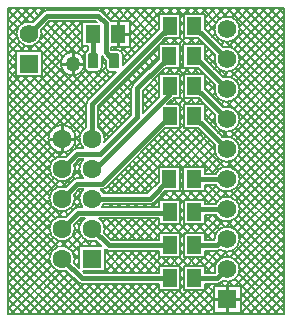
<source format=gtl>
G04*
G04 #@! TF.GenerationSoftware,Altium Limited,Altium Designer,19.0.15 (446)*
G04*
G04 Layer_Physical_Order=1*
G04 Layer_Color=196*
%FSLAX25Y25*%
%MOIN*%
G70*
G01*
G75*
%ADD13C,0.01000*%
%ADD14C,0.00800*%
%ADD16R,0.04921X0.05906*%
G04:AMPARAMS|DCode=17|XSize=35mil|YSize=50mil|CornerRadius=4.38mil|HoleSize=0mil|Usage=FLASHONLY|Rotation=0.000|XOffset=0mil|YOffset=0mil|HoleType=Round|Shape=RoundedRectangle|*
%AMROUNDEDRECTD17*
21,1,0.03500,0.04125,0,0,0.0*
21,1,0.02625,0.05000,0,0,0.0*
1,1,0.00875,0.01313,-0.02063*
1,1,0.00875,-0.01313,-0.02063*
1,1,0.00875,-0.01313,0.02063*
1,1,0.00875,0.01313,0.02063*
%
%ADD17ROUNDEDRECTD17*%
%ADD24C,0.01500*%
%ADD25R,0.06200X0.06200*%
%ADD26C,0.06200*%
%ADD27C,0.06300*%
%ADD28R,0.06300X0.06300*%
%ADD29C,0.05000*%
D13*
X75000Y7000D02*
X79100D01*
X75000D02*
Y11100D01*
Y2900D02*
Y7000D01*
X70900D02*
X75000D01*
X38634Y95400D02*
Y99353D01*
Y95400D02*
X42094D01*
X38634Y91447D02*
Y95400D01*
X23500Y85500D02*
X27000D01*
X23500D02*
Y89000D01*
Y82000D02*
Y85500D01*
X20000D02*
X23500D01*
X20000Y60500D02*
Y64650D01*
Y60500D02*
X24150D01*
X20000Y56350D02*
Y60500D01*
X15850D02*
X20000D01*
D14*
X79200Y97000D02*
G03*
X79200Y97000I-4200J0D01*
G01*
Y87000D02*
G03*
X73642Y90974I-4200J0D01*
G01*
X71026Y88358D02*
G03*
X79200Y87000I3974J-1358D01*
G01*
Y77000D02*
G03*
X73642Y80974I-4200J0D01*
G01*
X71026Y78358D02*
G03*
X79200Y77000I3974J-1358D01*
G01*
Y67000D02*
G03*
X73743Y71007I-4200J0D01*
G01*
X71061Y68457D02*
G03*
X79200Y67000I3939J-1457D01*
G01*
Y57000D02*
G03*
X73642Y60974I-4200J0D01*
G01*
X71026Y58358D02*
G03*
X79200Y57000I3974J-1358D01*
G01*
Y47000D02*
G03*
X71229Y48850I-4200J0D01*
G01*
Y45150D02*
G03*
X79200Y47000I3771J1850D01*
G01*
Y37000D02*
G03*
X71229Y38850I-4200J0D01*
G01*
Y35150D02*
G03*
X79200Y37000I3771J1850D01*
G01*
Y27000D02*
G03*
X70803Y26850I-4200J0D01*
G01*
X72769Y23442D02*
G03*
X79200Y27000I2231J3558D01*
G01*
X73475Y13087D02*
G03*
X79200Y17000I1526J3913D01*
G01*
X71771Y23150D02*
G03*
X72769Y23442I0J1850D01*
G01*
X71771Y23150D02*
G03*
X72769Y23442I0J1850D01*
G01*
X71771Y12150D02*
G03*
X73080Y12692I0J1850D01*
G01*
X71771Y12150D02*
G03*
X73080Y12692I0J1850D01*
G01*
X79200Y17000D02*
G03*
X70960Y15850I-4200J0D01*
G01*
X40216Y88463D02*
G03*
X38679Y90000I-1538J0D01*
G01*
X36239Y99753D02*
G03*
X35808Y100429I-1739J-631D01*
G01*
X33430Y102808D02*
G03*
X32121Y103350I-1308J-1308D01*
G01*
X33430Y102808D02*
G03*
X32121Y103350I-1308J-1308D01*
G01*
X36239Y99753D02*
G03*
X35808Y100429I-1739J-631D01*
G01*
X28516Y89903D02*
G03*
X27516Y88463I538J-1441D01*
G01*
X43692Y78576D02*
G03*
X43150Y77268I1308J-1308D01*
G01*
X34516Y84338D02*
G03*
X36054Y82800I1538J0D01*
G01*
X43692Y78576D02*
G03*
X43150Y77268I1308J-1308D01*
G01*
X31679Y82800D02*
G03*
X33216Y84338I0J1538D01*
G01*
X27516D02*
G03*
X29054Y82800I1538J0D01*
G01*
X28692Y73442D02*
G03*
X28150Y72134I1308J-1308D01*
G01*
X28692Y73442D02*
G03*
X28150Y72134I1308J-1308D01*
G01*
X34250Y60500D02*
G03*
X31850Y64326I-4250J0D01*
G01*
X34116Y59442D02*
G03*
X34250Y60500I-4116J1058D01*
G01*
X15000Y103350D02*
G03*
X13692Y102808I0J-1850D01*
G01*
X15000Y103350D02*
G03*
X13692Y102808I0J-1850D01*
G01*
X13200Y95500D02*
G03*
X12974Y96858I-4200J0D01*
G01*
X10358Y99474D02*
G03*
X13200Y95500I-1358J-3974D01*
G01*
X27400Y85500D02*
G03*
X27400Y85500I-3900J0D01*
G01*
X28150Y64326D02*
G03*
X27147Y57350I1850J-3826D01*
G01*
X25000D02*
G03*
X23692Y56808I0J-1850D01*
G01*
X25000Y57350D02*
G03*
X23692Y56808I0J-1850D01*
G01*
X24550Y60500D02*
G03*
X24550Y60500I-4550J0D01*
G01*
X49232Y38650D02*
G03*
X50540Y39192I0J1850D01*
G01*
X49232Y38650D02*
G03*
X50540Y39192I0J1850D01*
G01*
X33366Y43650D02*
G03*
X34674Y44192I0J1850D01*
G01*
X33366Y43650D02*
G03*
X34674Y44192I0J1850D01*
G01*
X33826Y42350D02*
G03*
X32853Y43650I-3826J-1850D01*
G01*
X33240Y37750D02*
G03*
X33826Y38650I-3240J2750D01*
G01*
X34250Y30500D02*
G03*
X32337Y34050I-4250J0D01*
G01*
X34250Y23636D02*
G03*
X35500Y23150I1250J1364D01*
G01*
X34250Y23636D02*
G03*
X35500Y23150I1250J1364D01*
G01*
X34014Y29103D02*
G03*
X34250Y30500I-4014J1397D01*
G01*
X27147Y53650D02*
G03*
X27147Y47350I2853J-3150D01*
G01*
X24250Y50500D02*
G03*
X24014Y51897I-4250J0D01*
G01*
X25000Y47350D02*
G03*
X23692Y46808I0J-1850D01*
G01*
X25000Y47350D02*
G03*
X23692Y46808I0J-1850D01*
G01*
X27147Y43650D02*
G03*
X26760Y37750I2853J-3150D01*
G01*
X25400D02*
G03*
X24092Y37208I0J-1850D01*
G01*
X25400Y37750D02*
G03*
X24092Y37208I0J-1850D01*
G01*
X24250Y40500D02*
G03*
X24014Y41897I-4250J0D01*
G01*
X21397Y54514D02*
G03*
X24250Y50500I-1397J-4014D01*
G01*
X21397Y44514D02*
G03*
X24250Y40500I-1397J-4014D01*
G01*
X21397Y34514D02*
G03*
X24250Y30500I-1397J-4014D01*
G01*
X27663Y34050D02*
G03*
X31397Y26486I2337J-3550D01*
G01*
X24250Y30500D02*
G03*
X24014Y31897I-4250J0D01*
G01*
X25192Y12692D02*
G03*
X26500Y12150I1308J1308D01*
G01*
X25192Y12692D02*
G03*
X26500Y12150I1308J1308D01*
G01*
X24014Y19103D02*
G03*
X24250Y20500I-4014J1397D01*
G01*
D02*
G03*
X21397Y16486I-4250J0D01*
G01*
X91944Y103961D02*
X93961Y101944D01*
X89116Y103961D02*
X93961Y99116D01*
X86287Y103961D02*
X93961Y96287D01*
X80630Y103961D02*
X93961Y90630D01*
X83459Y103961D02*
X93961Y93459D01*
X79185Y86640D02*
X93961Y101417D01*
X77802Y103961D02*
X93961Y87802D01*
X74974Y103961D02*
X93961Y84974D01*
X79107Y97877D02*
X85191Y103961D01*
X78701Y88985D02*
X93677Y103961D01*
X75251Y91193D02*
X88020Y103961D01*
X77361Y90474D02*
X90848Y103961D01*
X76498Y100924D02*
X79534Y103961D01*
X78164Y99762D02*
X82363Y103961D01*
X74817Y92804D02*
X76850Y90771D01*
X78771Y88850D02*
X93961Y73660D01*
X79017Y85775D02*
X93961Y70831D01*
X78420Y74562D02*
X93961Y90103D01*
X77239Y70553D02*
X93961Y87275D01*
X78629Y69114D02*
X93961Y84446D01*
X77952Y84012D02*
X93961Y68003D01*
X76169Y82966D02*
X93961Y65175D01*
X79199Y96907D02*
X93961Y82145D01*
X78069Y79868D02*
X93961Y95760D01*
X76350Y80977D02*
X93961Y98588D01*
X78069Y79868D02*
X93961Y95760D01*
X78539Y94739D02*
X93961Y79317D01*
X79069Y78040D02*
X93961Y92931D01*
X77091Y93358D02*
X93961Y76488D01*
X72145Y103961D02*
X74907Y101199D01*
X73757Y101012D02*
X76706Y103961D01*
X69317D02*
X72738Y100539D01*
X67694Y97778D02*
X73878Y103961D01*
X71509Y93107D02*
X72238Y93836D01*
X72923Y91693D02*
X74123Y92893D01*
X67694Y97098D02*
X73775Y91017D01*
X67694Y100606D02*
X71049Y103961D01*
X66488D02*
X71358Y99091D01*
X60573Y102053D02*
X67694D01*
X66313D02*
X68221Y103961D01*
X68681Y95936D02*
X70988Y98243D01*
X70095Y94521D02*
X71076Y95503D01*
X67694Y99926D02*
X70804Y96817D01*
X67694Y96922D02*
X73642Y90974D01*
X67561Y87056D02*
X73642Y80974D01*
X73001Y83306D02*
X75108Y81199D01*
X73580Y81036D02*
X75360Y82815D01*
X72166Y82450D02*
X73015Y83299D01*
X67561Y89159D02*
X68893Y90491D01*
X67923Y86693D02*
X70307Y89077D01*
X67561Y91823D02*
X71026Y88358D01*
X67561Y91575D02*
X70966Y88169D01*
X69338Y85279D02*
X70807Y86749D01*
X70752Y83864D02*
X71526Y84639D01*
X67561Y88746D02*
X71307Y85000D01*
X79198Y66854D02*
X93961Y81618D01*
X79199Y77108D02*
X93961Y62346D01*
X75058Y71200D02*
X77438Y73580D01*
X75022Y72800D02*
X77322Y70500D01*
X71476Y73275D02*
X72132Y73931D01*
X72890Y71860D02*
X73960Y72931D01*
X70061Y74689D02*
X71023Y75650D01*
X71476Y73275D02*
X72132Y73931D01*
X72066Y62551D02*
X72886Y63371D01*
X73385Y63123D02*
X75320Y61188D01*
X70651Y63965D02*
X71447Y64761D01*
X77970Y59970D02*
X93961Y75961D01*
X78616Y74863D02*
X93961Y59518D01*
X76197Y61026D02*
X93961Y78789D01*
X77217Y73433D02*
X93961Y56689D01*
X79026Y58197D02*
X93961Y73132D01*
X79062Y65931D02*
X93961Y51032D01*
X78734Y55077D02*
X93961Y70304D01*
X78500Y69322D02*
X93961Y53861D01*
X78553Y49239D02*
X93961Y64647D01*
X73480Y61137D02*
X75146Y62802D01*
X77114Y50629D02*
X93961Y67476D01*
X74854Y51197D02*
X76923Y53266D01*
X67694Y81689D02*
X71026Y78358D01*
X68647Y76103D02*
X70964Y78420D01*
X67694Y77299D02*
X73931Y71062D01*
X67694Y77056D02*
X73743Y71007D01*
X67694Y71642D02*
X71014Y68323D01*
X67694Y68814D02*
X71123Y65385D01*
X67694Y71823D02*
X71061Y68457D01*
X67694Y77979D02*
X69550Y79834D01*
X67694Y80127D02*
X70800Y77022D01*
X67331Y82053D02*
X67694Y81689D01*
Y80807D02*
X68135Y81248D01*
X67694Y69494D02*
X68859Y70658D01*
X67823Y66793D02*
X70274Y69244D01*
X67694Y69494D02*
X68859Y70658D01*
X67694Y66922D02*
X73642Y60974D01*
X65437Y63947D02*
X71026Y58358D01*
X61247Y63947D02*
X74093Y51101D01*
X58419Y63947D02*
X72219Y50147D01*
X67561Y49561D02*
X72030Y54030D01*
X69678Y48850D02*
X73803Y52974D01*
X66224Y51053D02*
X70974Y55803D01*
X69237Y65379D02*
X70800Y66943D01*
X64075Y63947D02*
X70806Y57217D01*
X57739Y51053D02*
X68035Y61349D01*
X55590Y63947D02*
X70687Y48850D01*
X63396Y51053D02*
X70863Y58520D01*
X67561Y49148D02*
X67859Y48850D01*
X60567Y51053D02*
X69449Y59935D01*
X63484Y102053D02*
X65392Y103961D01*
X63660D02*
X65568Y102053D01*
X60656D02*
X62564Y103961D01*
X60831D02*
X62739Y102053D01*
X67694Y96922D02*
Y102053D01*
X65437Y93947D02*
X67331Y92053D01*
X60573Y93947D02*
X65437D01*
X62360D02*
X64254Y92053D01*
X59427Y93947D02*
Y102053D01*
X60573Y93947D02*
Y102053D01*
X59427Y100824D02*
X60573Y101970D01*
X59427Y99709D02*
X60573Y98562D01*
X59427Y96880D02*
X60573Y95734D01*
X59427Y95167D02*
X60573Y96313D01*
X59427Y97995D02*
X60573Y99142D01*
X67331Y92053D02*
X67561Y91823D01*
X67083Y92053D02*
X67561Y91575D01*
X64798Y92053D02*
X66064Y93319D01*
X65188Y93947D02*
X67083Y92053D01*
X67561Y87056D02*
Y91823D01*
X63875Y83947D02*
X65769Y82053D01*
X60439Y92053D02*
X67331D01*
X61970D02*
X63864Y93947D01*
X60439Y83947D02*
Y92053D01*
X59427Y94052D02*
X61426Y92053D01*
X59293Y83947D02*
Y92053D01*
Y85700D02*
X60439Y84554D01*
X61046Y83947D01*
X59293Y89376D02*
X60439Y90523D01*
X58003Y103961D02*
X60573Y101391D01*
X59141Y92053D02*
X61036Y93947D01*
X52306Y102053D02*
X59427D01*
X57827D02*
X59735Y103961D01*
X56313Y92053D02*
X58207Y93947D01*
X56703D02*
X58597Y92053D01*
X54430Y93947D02*
X59427D01*
X54999Y102053D02*
X56907Y103961D01*
X55174D02*
X57083Y102053D01*
X52346Y103961D02*
X54254Y102053D01*
X49518Y103961D02*
X52306Y101173D01*
X53484Y92053D02*
X55379Y93947D01*
X54152Y93670D02*
X55769Y92053D01*
X52306Y97056D02*
Y102053D01*
X59293Y88529D02*
X60439Y87382D01*
X59293Y86548D02*
X60439Y87694D01*
X52535Y92053D02*
X59293D01*
Y91357D02*
X60439Y90211D01*
X57626Y82053D02*
X60439Y84866D01*
X58218Y83947D02*
X60573Y81592D01*
X54296Y83947D02*
X59293D01*
X52535Y92053D02*
X54430Y93947D01*
X52172Y91689D02*
X52535Y92053D01*
X51324Y90841D02*
X52172Y89993D01*
Y87056D02*
Y91689D01*
X52401Y82053D02*
X54296Y83947D01*
X55389D02*
X57284Y82053D01*
X49909Y89427D02*
X52172Y87165D01*
X65437Y83947D02*
X67331Y82053D01*
X66112D02*
X66721Y82662D01*
X60439Y83947D02*
X65437D01*
X60573Y82053D02*
X67331D01*
X67694Y77056D02*
Y81689D01*
X65389Y73947D02*
X67284Y72053D01*
X60573Y73947D02*
X65570D01*
X64597Y72053D02*
X66031Y73487D01*
X61046Y83947D02*
X62941Y82053D01*
X63283D02*
X65178Y83947D01*
X59427Y78196D02*
X60573Y79343D01*
Y73947D02*
Y82053D01*
X59427Y75368D02*
X60573Y76514D01*
X62561Y73947D02*
X64455Y72053D01*
X59427Y77081D02*
X60573Y75935D01*
X67465Y72053D02*
X67694Y71823D01*
X67284Y72053D02*
X67694Y71642D01*
X60573Y72053D02*
X67465D01*
X65570Y73947D02*
X67465Y72053D01*
X67694Y66922D02*
Y71823D01*
X67561Y48850D02*
Y51053D01*
X60439D02*
X67561D01*
X61769Y72053D02*
X63663Y73947D01*
X60573Y63947D02*
Y72053D01*
X59427Y74253D02*
X61627Y72053D01*
X59427Y66883D02*
X60573Y68029D01*
X59427Y64054D02*
X60573Y65201D01*
Y63947D02*
X65437D01*
X59427Y65768D02*
X60573Y64621D01*
X59427Y81025D02*
X62349Y83947D01*
X59427Y73947D02*
Y82053D01*
X52401D02*
X59427D01*
Y79910D02*
X60573Y78763D01*
X56949Y73947D02*
X59427D01*
X58940Y72053D02*
X60834Y73947D01*
X56929Y73922D02*
X58798Y72053D01*
X53428Y83080D02*
X54455Y82053D01*
X54798D02*
X56692Y83947D01*
X52014Y81665D02*
X52306Y81374D01*
Y74520D02*
Y81957D01*
X55521Y72502D02*
X55970Y72053D01*
X56112D02*
X58006Y73947D01*
X50600Y80251D02*
X52306Y78546D01*
X59427Y71424D02*
X60573Y70278D01*
X59427Y69711D02*
X60573Y70858D01*
X59427Y68596D02*
X60573Y67449D01*
X53596Y63113D02*
X65656Y51053D01*
X52182Y61699D02*
X62828Y51053D01*
X54911D02*
X66621Y62763D01*
X50767Y60285D02*
X60439Y50613D01*
X58798Y72053D02*
X59427Y71424D01*
Y63947D02*
Y72053D01*
X55071D02*
X59427D01*
X55071D02*
X56808Y73790D01*
X54430Y63947D02*
X59427D01*
X59293Y49778D02*
X60439Y50925D01*
X52172Y51053D02*
X59293D01*
X78977Y38350D02*
X93961Y53333D01*
X78902Y35446D02*
X93961Y50505D01*
X77339Y53512D02*
X93961Y36890D01*
X76985Y30701D02*
X93961Y47677D01*
X79101Y46093D02*
X93961Y31233D01*
X79193Y27251D02*
X93961Y42020D01*
X78474Y29361D02*
X93961Y44848D01*
X78147Y44219D02*
X93961Y28405D01*
X78051Y64114D02*
X93961Y48204D01*
X79200Y47057D02*
X93961Y61819D01*
X76323Y63014D02*
X93961Y45375D01*
X76040Y41069D02*
X93961Y58990D01*
X79188Y57320D02*
X93961Y42547D01*
X78688Y54991D02*
X93961Y39719D01*
X77868Y40069D02*
X93961Y56162D01*
X79012Y15757D02*
X93961Y30706D01*
Y2039D02*
Y103961D01*
X75404Y32820D02*
X93961Y14263D01*
X77583Y11500D02*
X93961Y27878D01*
X79134Y26261D02*
X93961Y11434D01*
X79500Y10588D02*
X93961Y25049D01*
X78240Y24327D02*
X93961Y8606D01*
X79165Y37544D02*
X93961Y22748D01*
X77762Y20164D02*
X93961Y36363D01*
X76471Y43066D02*
X93961Y25576D01*
X75877Y21107D02*
X93961Y39191D01*
X78757Y35123D02*
X93961Y19920D01*
X78924Y18497D02*
X93961Y33534D01*
X77458Y33594D02*
X93961Y17091D01*
X68730Y45150D02*
X73123Y40757D01*
X68164Y38850D02*
X72761Y43447D01*
X73704Y43005D02*
X75544Y41165D01*
X72562Y40420D02*
X74943Y42800D01*
X67561Y48850D02*
X71229D01*
X67561Y45150D02*
X71229D01*
X66538Y40053D02*
X71371Y44886D01*
X67561Y43492D02*
X71594Y39458D01*
X67694Y38850D02*
X71229D01*
X70992D02*
X71580Y39437D01*
X67694Y35150D02*
X71229D01*
X75217Y52806D02*
X93961Y34062D01*
X74641Y31185D02*
X76554Y33098D01*
X70245Y35150D02*
X74261Y31134D01*
X67694Y27067D02*
X73650Y33023D01*
X67694Y32724D02*
X70121Y35150D01*
X67694Y34872D02*
X72327Y30240D01*
X66852Y29053D02*
X71931Y34132D01*
X67694Y32044D02*
X71123Y28615D01*
X67694Y26850D02*
X70803D01*
X70306D02*
X70815Y27360D01*
X64963Y31947D02*
X70060Y26850D01*
X79500Y7760D02*
X93961Y22221D01*
X79500Y4931D02*
X93961Y19392D01*
X76615Y23123D02*
X93961Y5777D01*
X79126Y17784D02*
X93961Y2949D01*
X79500Y2500D02*
Y11500D01*
Y6096D02*
X83557Y2039D01*
X74755Y11500D02*
X76243Y12988D01*
X75584Y12841D02*
X76925Y11500D01*
X73986Y22924D02*
X75784Y21126D01*
X73080Y12692D02*
X73475Y13087D01*
X72989Y12607D02*
X74096Y11500D01*
X82265Y2039D02*
X93961Y13735D01*
X85093Y2039D02*
X93961Y10907D01*
X78822Y15259D02*
X92042Y2039D01*
X79436D02*
X93961Y16564D01*
X90750Y2039D02*
X93961Y5250D01*
X93578Y2039D02*
X93961Y2422D01*
X87922Y2039D02*
X93961Y8078D01*
X79500Y3268D02*
X80729Y2039D01*
X79500Y8925D02*
X86386Y2039D01*
X77439Y2500D02*
X77900Y2039D01*
X77573Y13680D02*
X89214Y2039D01*
X74611Y2500D02*
X75072Y2039D01*
X76608D02*
X77069Y2500D01*
X73779Y2039D02*
X74240Y2500D01*
X70932Y23150D02*
X73259Y20822D01*
X67791Y15850D02*
X74749Y22807D01*
X67694Y23150D02*
X71771D01*
X68103D02*
X71680Y19573D01*
X67165Y18053D02*
X72358Y23246D01*
X67478Y20947D02*
X70841Y17584D01*
X67694Y15850D02*
X70960D01*
X70620D02*
X70893Y16123D01*
X67694Y12150D02*
X71771D01*
X71926Y11500D02*
X73502Y13076D01*
X70500Y11500D02*
X79500D01*
X70618Y12150D02*
X71268Y11500D01*
X70951Y2039D02*
X71412Y2500D01*
X71783D02*
X72243Y2039D01*
X70500Y2500D02*
X79500D01*
X67790Y12150D02*
X70500Y9439D01*
Y2500D02*
Y11500D01*
X67164Y9947D02*
X70500Y6611D01*
X62466Y2039D02*
X70500Y10074D01*
X65294Y2039D02*
X70500Y7245D01*
X68123Y2039D02*
X70500Y4417D01*
X64335Y9947D02*
X70500Y3783D01*
X67561Y43904D02*
X68807Y45150D01*
X67561Y42947D02*
Y45150D01*
X60439Y42947D02*
X67561D01*
X65276D02*
X69374Y38850D01*
X63710Y40053D02*
X66604Y42947D01*
X67694Y38850D02*
Y40053D01*
X60573D02*
X67694D01*
X62448Y42947D02*
X65342Y40053D01*
X59293Y48931D02*
X60439Y47784D01*
Y42947D02*
Y51053D01*
X59293Y46950D02*
X60439Y48096D01*
X59293Y43274D02*
X62514Y40053D01*
X60881D02*
X63776Y42947D01*
X60573Y39745D02*
X60881Y40053D01*
X59427Y38598D02*
X60573Y39745D01*
X67694Y31947D02*
Y35150D01*
X64023Y29053D02*
X66918Y31947D01*
X60573D02*
X67694D01*
X59306D02*
X62200Y29053D01*
X61195D02*
X64089Y31947D01*
X62134D02*
X65029Y29053D01*
X60573D02*
X67694D01*
X59427Y31947D02*
Y40053D01*
X60573Y31947D02*
Y40053D01*
X59427Y37483D02*
X60573Y36337D01*
X59427Y35770D02*
X60573Y36916D01*
X59427Y32941D02*
X60573Y34088D01*
X59427Y20947D02*
Y29053D01*
Y34655D02*
X60573Y33508D01*
X59293Y46102D02*
X60439Y44956D01*
X59293Y42947D02*
Y51053D01*
Y44121D02*
X60439Y45268D01*
X56791Y42947D02*
X60573Y39165D01*
X54296Y42947D02*
X59293D01*
X58053Y40053D02*
X60947Y42947D01*
X52306Y40053D02*
X59427D01*
X52396D02*
X55290Y42947D01*
X55224Y40053D02*
X58119Y42947D01*
X52172Y46056D02*
Y51053D01*
X50540Y39192D02*
X54296Y42947D01*
X52715Y41366D02*
X54029Y40053D01*
X54129Y42781D02*
X56857Y40053D01*
X51301Y39952D02*
X52306Y38948D01*
X56477Y31947D02*
X59372Y29053D01*
X58367D02*
X61261Y31947D01*
X52306D02*
X59427D01*
X52710Y29053D02*
X55604Y31947D01*
X53649D02*
X56544Y29053D01*
X55538D02*
X58433Y31947D01*
X52306Y29053D02*
X59427D01*
X52306Y37750D02*
Y40053D01*
X51546Y34050D02*
X52306Y33291D01*
X49712Y38713D02*
X50675Y37750D01*
X50093D02*
X52306Y39962D01*
Y28649D02*
X52710Y29053D01*
X52306Y26850D02*
Y29053D01*
Y31947D02*
Y34050D01*
X67694Y26850D02*
Y29053D01*
Y20947D02*
Y23150D01*
X60573Y28431D02*
X61195Y29053D01*
X67694Y21410D02*
X69434Y23150D01*
X67232Y20947D02*
X67694Y21410D01*
X61821Y20947D02*
X64715Y18053D01*
X60573Y20947D02*
X67694D01*
X61509Y18053D02*
X64403Y20947D01*
X59427Y28998D02*
X60573Y27852D01*
Y20947D02*
Y29053D01*
X59427Y27285D02*
X60573Y28431D01*
X59427Y26170D02*
X60573Y25023D01*
X59427Y23341D02*
X60573Y22195D01*
X59427Y21628D02*
X60573Y22774D01*
X59427Y24456D02*
X60573Y25603D01*
X67694Y17902D02*
X69746Y15850D01*
X67694Y9947D02*
Y12150D01*
X60573Y18053D02*
X67694D01*
Y15850D02*
Y18053D01*
Y10097D02*
X69748Y12150D01*
X61507Y9947D02*
X69415Y2039D01*
X60573Y9947D02*
X67694D01*
X64337Y18053D02*
X67232Y20947D01*
X64649D02*
X67544Y18053D01*
X59427Y9947D02*
Y18053D01*
X60573Y9947D02*
Y18053D01*
X59427Y14856D02*
X60573Y13709D01*
X59637Y2039D02*
X67545Y9947D01*
X59427Y17684D02*
X60573Y16538D01*
X58680Y18053D02*
X61575Y20947D01*
X58992D02*
X61887Y18053D01*
X52306Y20947D02*
X59427D01*
X56164D02*
X59058Y18053D01*
X59427Y17684D01*
Y15971D02*
X60573Y17117D01*
X52306Y18053D02*
X59427D01*
X52306Y20947D02*
Y23150D01*
X53335Y20947D02*
X56230Y18053D01*
X50507Y26850D02*
X52306Y28649D01*
X51133Y23150D02*
X52306Y21977D01*
X53023Y18053D02*
X55918Y20947D01*
X55852Y18053D02*
X58746Y20947D01*
X52306Y15850D02*
Y18053D01*
X59427Y13142D02*
X60573Y14289D01*
X59427Y10314D02*
X60573Y11461D01*
X53022Y9947D02*
X60930Y2039D01*
X53980D02*
X61888Y9947D01*
X56809Y2039D02*
X64717Y9947D01*
X58679D02*
X66587Y2039D01*
X55850Y9947D02*
X63758Y2039D01*
X59427Y12027D02*
X60573Y10881D01*
X52306Y9947D02*
Y12150D01*
X50821Y15850D02*
X52306Y17335D01*
X50819Y12150D02*
X52306Y10663D01*
Y9947D02*
X59427D01*
X59060D02*
X59427Y10314D01*
X51152Y2039D02*
X59060Y9947D01*
X46689Y103961D02*
X52306Y98345D01*
X43861Y103961D02*
X51536Y96286D01*
X42494Y95205D02*
X51250Y103961D01*
X42494Y92377D02*
X54079Y103961D01*
X42494Y98034D02*
X48422Y103961D01*
X42494Y99670D02*
X48707Y93458D01*
X41032Y103961D02*
X50122Y94872D01*
X42494Y96842D02*
X47293Y92043D01*
X38557Y99753D02*
X42765Y103961D01*
X41385Y99753D02*
X45593Y103961D01*
X38204D02*
X42412Y99753D01*
X36350Y91047D02*
X42494D01*
Y99753D01*
Y94014D02*
X45879Y90629D01*
X40216Y87270D02*
X52306Y99359D01*
X40216Y84966D02*
X52306Y97056D01*
X42494Y91185D02*
X44465Y89215D01*
X48495Y88013D02*
X50812Y85696D01*
X39804Y91047D02*
X43051Y87801D01*
X37289Y90000D02*
X38337Y91047D01*
X39715Y89598D02*
X41165Y91047D01*
X36350Y90032D02*
Y91047D01*
X36975D02*
X38023Y90000D01*
X40216Y84966D02*
Y88463D01*
X36382Y90000D02*
X38679D01*
X36072Y100096D02*
X39936Y103961D01*
X35375D02*
X39584Y99753D01*
X2039Y103961D02*
X93961D01*
X34692Y101545D02*
X37108Y103961D01*
X33430Y102808D02*
X35808Y100429D01*
X32547Y103961D02*
X36755Y99753D01*
X30840Y103350D02*
X31451Y103961D01*
X33269Y102951D02*
X34280Y103961D01*
X28012Y103350D02*
X28623Y103961D01*
X29719D02*
X30330Y103350D01*
X15000D02*
X32121D01*
X36239Y99753D02*
X42494D01*
X31850Y71368D02*
X52172Y91689D01*
X31850Y70419D02*
X52172Y90740D01*
X33216Y87934D02*
X34308Y86842D01*
X33216Y84338D02*
Y87934D01*
X31850Y67590D02*
X52172Y87912D01*
X26805Y99453D02*
X31552D01*
X28516Y89903D02*
Y91347D01*
X15766Y99650D02*
X31355D01*
X26805Y91347D02*
X28516D01*
X28190D02*
X28516Y91021D01*
X13200Y89367D02*
X28908Y73659D01*
X47081Y86599D02*
X49398Y84282D01*
X45667Y85184D02*
X47984Y82868D01*
X44253Y83770D02*
X46569Y81453D01*
X43692Y78576D02*
X52172Y87056D01*
X46850Y76501D02*
X52306Y81957D01*
X42838Y82356D02*
X45155Y80039D01*
X41424Y80942D02*
X43741Y78625D01*
X40216Y87807D02*
X41636Y86386D01*
X36054Y82800D02*
X38050D01*
X34516Y84338D02*
Y86663D01*
X40010Y79527D02*
X43150Y76387D01*
X36737Y82800D02*
X37394Y82144D01*
X49186Y78837D02*
X52306Y75717D01*
X47771Y77423D02*
X51490Y73704D01*
X46850Y74105D02*
X52306Y79560D01*
X46850Y71276D02*
X52306Y76732D01*
X46850Y72687D02*
X48662Y70876D01*
X46850Y69064D02*
X52306Y74520D01*
X46850Y75516D02*
X50076Y72290D01*
X46850Y69064D02*
Y76501D01*
X43150Y68475D02*
Y77268D01*
X38596Y78113D02*
X43150Y73559D01*
X37181Y76699D02*
X43150Y70731D01*
X46850Y69859D02*
X47247Y69462D01*
X35767Y75285D02*
X42863Y68189D01*
X34353Y73871D02*
X41449Y66774D01*
X33216Y85927D02*
X34220Y86930D01*
X33216Y86321D02*
X34516Y85021D01*
X33056Y83653D02*
X35979Y80730D01*
X31080Y82800D02*
X34565Y79315D01*
X32939Y72456D02*
X40035Y65360D01*
X28692Y73442D02*
X38050Y82800D01*
X29054D02*
X31679D01*
X27086Y83966D02*
X33151Y77901D01*
X25842Y82382D02*
X31737Y76487D01*
X23785Y81610D02*
X30323Y75073D01*
X33206Y63290D02*
X43150Y73233D01*
X34152Y61407D02*
X43150Y70405D01*
X31850Y64762D02*
X43150Y76062D01*
X31850Y70717D02*
X38621Y63946D01*
X31850Y67888D02*
X37207Y62532D01*
X34116Y59442D02*
X43150Y68475D01*
X31850Y65060D02*
X35792Y61118D01*
X20761Y64986D02*
X28168Y72394D01*
X31850Y64326D02*
Y71368D01*
X2039Y54750D02*
X30089Y82800D01*
X2039Y51921D02*
X34516Y84398D01*
X22737Y64134D02*
X28150Y69547D01*
X25183Y103350D02*
X25794Y103961D01*
X26890D02*
X27501Y103350D01*
X19526D02*
X20137Y103961D01*
X24062D02*
X24673Y103350D01*
X25544Y99650D02*
X26805Y98389D01*
X22716Y99650D02*
X26805Y95560D01*
X21233Y103961D02*
X21844Y103350D01*
X22355D02*
X22966Y103961D01*
X16698Y103350D02*
X17309Y103961D01*
X18405D02*
X19016Y103350D01*
X15576Y103961D02*
X16187Y103350D01*
X12990Y96813D02*
X15826Y99650D01*
X12974Y96858D02*
X15766Y99650D01*
X19887D02*
X26805Y92732D01*
Y91347D02*
Y99453D01*
X17059Y99650D02*
X27641Y89068D01*
X13200Y85710D02*
X26805Y99315D01*
X22384Y89237D02*
X26805Y93658D01*
X25053Y89077D02*
X27323Y91347D01*
X13200Y82881D02*
X26805Y96487D01*
X14998Y98882D02*
X24656Y89225D01*
X13584Y97468D02*
X21966Y89086D01*
X12868Y93863D02*
X18655Y99650D01*
X13200Y88538D02*
X24312Y99650D01*
X13176Y95048D02*
X20382Y87842D01*
X13200Y81300D02*
Y89700D01*
X12748Y103961D02*
X13801Y102908D01*
X10079Y99559D02*
X14480Y103961D01*
X9920D02*
X12382Y101498D01*
X7091Y103961D02*
X10968Y100084D01*
X10358Y99474D02*
X13692Y102808D01*
X6716Y99024D02*
X11652Y103961D01*
X2039Y97176D02*
X8824Y103961D01*
X2039Y100005D02*
X5995Y103961D01*
X4263D02*
X8548Y99676D01*
X2039Y102833D02*
X3167Y103961D01*
X2039Y103356D02*
X6512Y98884D01*
X2039Y97699D02*
X4844Y94894D01*
X2039Y94348D02*
X5475Y97784D01*
X2039Y100528D02*
X5225Y97342D01*
X11533Y89700D02*
X21483Y99650D01*
X12383Y93012D02*
X19610Y85785D01*
X10842Y91725D02*
X12867Y89700D01*
X8705D02*
X10637Y91632D01*
X12867Y89700D02*
X13200Y89367D01*
X4800Y89700D02*
X13200D01*
X2039Y92042D02*
X4800Y89282D01*
X2039Y88691D02*
X5955Y92607D01*
X2039Y91519D02*
X4941Y94421D01*
X2039Y94871D02*
X7210Y89700D01*
X5877D02*
X7687Y91510D01*
X8394Y91344D02*
X10038Y89700D01*
X4800Y81300D02*
Y89700D01*
X27225Y86656D02*
X27516Y86364D01*
Y84338D02*
Y88463D01*
X26630Y87826D02*
X27541Y88737D01*
X28150Y64326D02*
Y72134D01*
X24545Y60285D02*
X25908Y61648D01*
X24035Y62603D02*
X28150Y66719D01*
X24512Y61084D02*
X25810Y59786D01*
X24145Y58623D02*
X25418Y57350D01*
X25000D02*
X27147D01*
X24301Y57213D02*
X26041Y58953D01*
X25766Y53650D02*
X27147D01*
X26289D02*
X26728Y53212D01*
X24014Y51897D02*
X25766Y53650D01*
X22925Y57015D02*
X23412Y56528D01*
X21397Y54514D02*
X23692Y56808D01*
X21041Y56071D02*
X21997Y55114D01*
X18852Y54592D02*
X20215Y55955D01*
X17720Y56562D02*
X19556Y54727D01*
X13200Y86538D02*
X28150Y71588D01*
X13200Y83710D02*
X28150Y68760D01*
X2039Y68892D02*
X19763Y86616D01*
X2039Y66064D02*
X19923Y83947D01*
X4800Y81300D02*
X13200D01*
X12782D02*
X28150Y65932D01*
X2039Y71720D02*
X11619Y81300D01*
X2039Y86386D02*
X4800Y83625D01*
X2039Y83034D02*
X4800Y85795D01*
X2039Y89214D02*
X4800Y86453D01*
X2039Y85863D02*
X4800Y88623D01*
X2039Y77377D02*
X5962Y81300D01*
X2039Y74549D02*
X8790Y81300D01*
X2039Y80206D02*
X4800Y82967D01*
X2039Y63235D02*
X21174Y82370D01*
X2039Y60407D02*
X23241Y81609D01*
X2039Y83557D02*
X20584Y65012D01*
X2039Y57578D02*
X27846Y83385D01*
X9953Y81300D02*
X27395Y63858D01*
X7125Y81300D02*
X26142Y62283D01*
X2039Y75072D02*
X15571Y61541D01*
X2039Y72243D02*
X16062Y58220D01*
X2039Y80729D02*
X18123Y64645D01*
X2039Y77900D02*
X16515Y63425D01*
X2039Y66587D02*
X16207Y52418D01*
X2039Y69415D02*
X17510Y53944D01*
X49353Y58871D02*
X57171Y51053D01*
X43379Y42350D02*
X64977Y63947D01*
X40551Y42350D02*
X62148Y63947D01*
X40551Y42350D02*
X62148Y63947D01*
X47939Y57456D02*
X54343Y51053D01*
X46525Y56042D02*
X52172Y50395D01*
X45110Y54628D02*
X52172Y47567D01*
X46208Y42350D02*
X52172Y48314D01*
X43696Y53214D02*
X51513Y45397D01*
X42282Y51800D02*
X50099Y43983D01*
X40868Y50385D02*
X48685Y42569D01*
X39454Y48971D02*
X46075Y42350D01*
X48466D02*
X52172Y46056D01*
X47265Y37750D02*
X48165Y38650D01*
X48718Y34050D02*
X53715Y29053D01*
X46946Y38650D02*
X47846Y37750D01*
X44850Y26850D02*
X52050Y34050D01*
X42022Y26850D02*
X49222Y34050D01*
X43061D02*
X50261Y26850D01*
X40233Y34050D02*
X47433Y26850D01*
X41289Y38650D02*
X42189Y37750D01*
X41608D02*
X42508Y38650D01*
X38461D02*
X39361Y37750D01*
X38779D02*
X39679Y38650D01*
X44118D02*
X45018Y37750D01*
X44436D02*
X45336Y38650D01*
X39193Y26850D02*
X46393Y34050D01*
X37723Y42350D02*
X59320Y63947D01*
X38039Y47557D02*
X43246Y42350D01*
X34674Y44192D02*
X54430Y63947D01*
X34894Y42350D02*
X56491Y63947D01*
X35211Y44728D02*
X37589Y42350D01*
X36625Y46143D02*
X40418Y42350D01*
X33826D02*
X48466D01*
X33459Y43652D02*
X34761Y42350D01*
X2039Y49093D02*
X35772Y82826D01*
X33111Y43395D02*
X33366Y43650D01*
X32853D02*
X33366D01*
X33826Y38650D02*
X49232D01*
X35951Y37750D02*
X36851Y38650D01*
X33240Y37750D02*
X52306D01*
X32337Y34050D02*
X52306D01*
X34901Y28215D02*
X40736Y34050D01*
X37404D02*
X44604Y26850D01*
X34576Y34050D02*
X41776Y26850D01*
X35633Y38650D02*
X36533Y37750D01*
X35951D02*
X36851Y38650D01*
X33576Y38204D02*
X34023Y38650D01*
X33444Y38010D02*
X33704Y37750D01*
X33671Y32642D02*
X35079Y34050D01*
X47678Y26850D02*
X52776Y31947D01*
X48304Y23150D02*
X53401Y18053D01*
X45889Y34050D02*
X52306Y27634D01*
X36266Y26850D02*
X52306D01*
X45476Y23150D02*
X52306Y16320D01*
X47992Y15850D02*
X53089Y20947D01*
X35500Y23150D02*
X52306D01*
X45164Y15850D02*
X52306Y22992D01*
X36365Y26850D02*
X43565Y34050D01*
X34250Y16250D02*
Y23636D01*
X42335Y15850D02*
X49635Y23150D01*
X42647D02*
X49947Y15850D01*
X34250Y21907D02*
X35493Y23150D01*
X45162Y12150D02*
X55273Y2039D01*
X47991Y12150D02*
X58101Y2039D01*
X39838D02*
X49949Y12150D01*
X42334D02*
X52444Y2039D01*
X45495D02*
X53403Y9947D01*
X48324Y2039D02*
X56232Y9947D01*
X42667Y2039D02*
X52306Y11678D01*
X39507Y15850D02*
X46807Y23150D01*
X39819D02*
X47119Y15850D01*
X36678D02*
X43978Y23150D01*
X36990D02*
X44291Y15850D01*
X37010Y2039D02*
X47121Y12150D01*
X39505D02*
X49616Y2039D01*
X36677Y12150D02*
X46788Y2039D01*
X34249Y30391D02*
X37908Y34050D01*
X34069Y31729D02*
X38947Y26850D01*
X34014Y29103D02*
X36266Y26850D01*
X33850Y15850D02*
X41150Y23150D01*
X34250Y23062D02*
X41462Y15850D01*
X34250Y20234D02*
X38634Y15850D01*
X34250Y19078D02*
X38322Y23150D01*
X31436Y24750D02*
X32285Y25599D01*
X30954Y26358D02*
X32562Y24750D01*
X31397Y26486D02*
X33134Y24750D01*
X26866Y16250D02*
X34250D01*
X32577D02*
X32977Y15850D01*
X25750Y24750D02*
X33134D01*
X31020Y12150D02*
X41131Y2039D01*
X34181D02*
X44292Y12150D01*
X27266Y15850D02*
X52306D01*
X26500Y12150D02*
X52306D01*
X31353Y2039D02*
X41464Y12150D01*
X33848D02*
X43959Y2039D01*
X2039D02*
X93961D01*
X34250Y17405D02*
X35805Y15850D01*
X28192Y12150D02*
X38302Y2039D01*
X17852Y16833D02*
X32645Y2039D01*
X21114Y16399D02*
X35474Y2039D01*
X25696D02*
X35807Y12150D01*
X28524Y2039D02*
X38635Y12150D01*
X22868Y2039D02*
X32978Y12150D01*
X24614Y52497D02*
X25824Y51288D01*
X24152Y51407D02*
X26395Y53650D01*
X24227Y50056D02*
X26933Y47350D01*
X25752D02*
X26496Y48094D01*
X25766Y43650D02*
X27147D01*
X25000Y47350D02*
X27147D01*
X25371Y43255D02*
X26208Y42418D01*
X23444Y48010D02*
X24259Y47195D01*
X21918Y46707D02*
X22755Y45871D01*
X24014Y41897D02*
X25766Y43650D01*
X21397Y44514D02*
X23692Y46808D01*
X24238Y40179D02*
X26003Y41944D01*
X24069Y41729D02*
X25777Y40020D01*
X24162Y37275D02*
X25987Y39100D01*
X25400Y37750D02*
X26760D01*
X24113Y31569D02*
X26594Y34050D01*
X24014Y31897D02*
X26166Y34050D01*
X23974Y38995D02*
X25227Y37742D01*
X22820Y37320D02*
X23512Y36628D01*
X21397Y34514D02*
X24092Y37208D01*
X20954Y36358D02*
X22098Y35214D01*
X2039Y60930D02*
X18495Y44474D01*
X2039Y40608D02*
X17897Y56465D01*
X2039Y52444D02*
X19741Y34742D01*
X20312Y44739D02*
X25762Y50188D01*
X19520Y46277D02*
X21229Y44568D01*
X2039Y43436D02*
X16366Y57763D01*
X2039Y58101D02*
X16820Y43320D01*
X2039Y63758D02*
X15777Y50020D01*
X2039Y46265D02*
X15514Y59739D01*
X2039Y37779D02*
X15908Y51648D01*
X2039Y34951D02*
X16041Y48953D01*
X2039Y55273D02*
X15858Y41454D01*
X2039Y29294D02*
X19093Y46348D01*
X2039Y41131D02*
X18643Y24527D01*
X2039Y49616D02*
X17628Y34027D01*
X2039Y32122D02*
X17210Y47294D01*
X18556Y34497D02*
X20321Y36262D01*
X2039Y20809D02*
X17987Y36757D01*
X2039Y43959D02*
X15758Y30240D01*
X2039Y26466D02*
X15762Y40188D01*
X2039Y46788D02*
X16277Y32550D01*
X2039Y2039D02*
Y103961D01*
Y23637D02*
X16496Y38094D01*
X2039Y35474D02*
X15899Y21614D01*
X2039Y38302D02*
X16917Y23425D01*
X26166Y34050D02*
X27663D01*
X26128Y34012D02*
X26820Y33320D01*
X24242Y30242D02*
X29734Y24750D01*
X25779D02*
X27858Y26829D01*
X28608Y24750D02*
X30109Y26251D01*
X23527Y28128D02*
X26905Y24750D01*
X22285Y24084D02*
X26416Y28215D01*
X24714Y32598D02*
X25858Y31454D01*
X23576Y28204D02*
X25752Y30379D01*
X22285Y24084D02*
X26416Y28215D01*
X23671Y22642D02*
X25750Y24721D01*
X24249Y20391D02*
X25750Y21892D01*
X22050Y26777D02*
X25750Y23077D01*
X29748Y16250D02*
X30148Y15850D01*
X31022D02*
X31422Y16250D01*
X26920D02*
X27320Y15850D01*
X28193D02*
X28593Y16250D01*
X26866D02*
X27266Y15850D01*
X24027Y19142D02*
X25750Y17420D01*
Y17366D02*
Y24750D01*
X23963Y22035D02*
X25750Y20248D01*
X24901Y18215D02*
X25750Y19064D01*
X24014Y19103D02*
X25750Y17366D01*
X21397Y16486D02*
X25192Y12692D01*
X20121Y24748D02*
X22296Y26924D01*
X19740Y26258D02*
X21535Y24463D01*
X2039Y9495D02*
X18931Y26387D01*
X8725Y2039D02*
X22285Y15599D01*
X11554Y2039D02*
X23699Y14185D01*
X5897Y2039D02*
X20109Y16251D01*
X2039Y15152D02*
X15987Y29100D01*
X2039Y12323D02*
X17105Y27389D01*
X2039Y32645D02*
X16333Y18352D01*
X2039Y17980D02*
X16003Y31944D01*
X2039Y3838D02*
X16416Y18215D01*
X2039Y3838D02*
X16416Y18215D01*
X2039Y6667D02*
X15752Y20379D01*
X2039Y24160D02*
X24160Y2039D01*
X2039Y21332D02*
X21332Y2039D01*
X2039Y29817D02*
X29817Y2039D01*
X2039Y26989D02*
X26989Y2039D01*
X17211D02*
X27322Y12150D01*
X20039Y2039D02*
X30150Y12150D01*
X14382Y2039D02*
X25113Y12770D01*
X2039Y18503D02*
X18503Y2039D01*
X3069D02*
X17858Y16829D01*
X2039Y15675D02*
X15675Y2039D01*
X2039Y12846D02*
X12846Y2039D01*
X2039Y7190D02*
X7190Y2039D01*
X2039Y4361D02*
X4361Y2039D01*
X2039Y10018D02*
X10018Y2039D01*
D16*
X55866Y98000D02*
D03*
X64134D02*
D03*
X55732Y88000D02*
D03*
X64000D02*
D03*
X55866Y78000D02*
D03*
X64134D02*
D03*
X55866Y68000D02*
D03*
X64134D02*
D03*
X55732Y47000D02*
D03*
X64000D02*
D03*
X55866Y36000D02*
D03*
X64134D02*
D03*
X55866Y25000D02*
D03*
X64134D02*
D03*
X55866Y14000D02*
D03*
X64134D02*
D03*
X38634Y95400D02*
D03*
X30366D02*
D03*
D17*
X37366Y86400D02*
D03*
X30366D02*
D03*
D24*
X32121Y101500D02*
X34500Y99121D01*
X15000Y101500D02*
X32121D01*
X9000Y95500D02*
X15000Y101500D01*
X34500Y89266D02*
Y99121D01*
Y89266D02*
X35616Y88150D01*
X36366D01*
X37366Y87150D01*
Y86400D02*
Y87150D01*
X30000Y72134D02*
X53663Y95797D01*
X30000Y60500D02*
Y72134D01*
X53663Y95797D02*
X54155D01*
X45000Y77268D02*
X53530Y85797D01*
X45000Y67709D02*
Y77268D01*
X32791Y55500D02*
X45000Y67709D01*
X33366Y45500D02*
X55866Y68000D01*
X25000Y45500D02*
X33366D01*
X54155Y95797D02*
X55866Y97508D01*
Y98000D01*
X53530Y85797D02*
X54022D01*
X55732Y87508D01*
Y88000D01*
X25000Y55500D02*
X32791D01*
X20000Y50500D02*
X25000Y55500D01*
X30902Y50500D02*
X55500Y75098D01*
X30000Y50500D02*
X30902D01*
X55500Y75098D02*
Y77634D01*
X55866Y78000D01*
X20000Y40500D02*
X25000Y45500D01*
X49232Y40500D02*
X55732Y47000D01*
X30000Y40500D02*
X49232D01*
X25400Y35900D02*
X55866D01*
X20000Y30500D02*
X25400Y35900D01*
X55866D02*
Y36000D01*
X30000Y30500D02*
X35500Y25000D01*
X55866D01*
X20000Y20500D02*
X26500Y14000D01*
X55866D01*
X74771Y17000D02*
X75000D01*
X71771Y14000D02*
X74771Y17000D01*
X64134Y14000D02*
X71771D01*
X73771Y27000D02*
X75000D01*
X71771Y25000D02*
X73771Y27000D01*
X64134Y25000D02*
X71771D01*
X65134Y37000D02*
X75000D01*
X64134Y36000D02*
X65134Y37000D01*
X64000Y47000D02*
X75000D01*
X66203Y65797D02*
X75000Y57000D01*
X65845Y65797D02*
X66203D01*
X64134Y67508D02*
X65845Y65797D01*
X64134Y67508D02*
Y68000D01*
X75000Y67000D02*
Y67134D01*
X66337Y75797D02*
X75000Y67134D01*
X65845Y75797D02*
X66337D01*
X64134Y77508D02*
X65845Y75797D01*
X64134Y77508D02*
Y78000D01*
X64000Y88000D02*
X75000Y77000D01*
X64134Y97508D02*
Y98000D01*
Y97508D02*
X65845Y95797D01*
X66203D01*
X75000Y87000D01*
X30366Y86400D02*
Y95400D01*
D25*
X9000Y85500D02*
D03*
X75000Y7000D02*
D03*
D26*
X9000Y95500D02*
D03*
X75000Y27000D02*
D03*
Y97000D02*
D03*
Y87000D02*
D03*
Y77000D02*
D03*
Y67000D02*
D03*
Y57000D02*
D03*
Y47000D02*
D03*
Y37000D02*
D03*
Y17000D02*
D03*
D27*
X20000Y60500D02*
D03*
X30000D02*
D03*
X20000Y50500D02*
D03*
X30000D02*
D03*
X20000Y40500D02*
D03*
X30000D02*
D03*
X20000Y30500D02*
D03*
X30000D02*
D03*
X20000Y20500D02*
D03*
D28*
X30000D02*
D03*
D29*
X23500Y85500D02*
D03*
M02*

</source>
